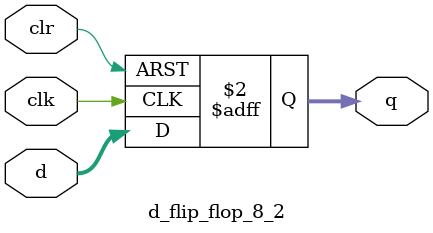
<source format=v>
module Reg_CPSR(input clk,
                input rst,
                input W_SPSR_s,
                input [2:0] W_CPSR_s,
                input Write_SPSR,
                input Write_CPSR,
                input [31:0] SPSR_New,
                input [31:0] CPSR_New,
                input [3:0] MASK,
                input [3:0] NZCV,
                input [2:0] Change_M,
                input S,
                output [31:0] SPSR_fiq,
                output [31:0] SPSR_irq,
                output [31:0] SPSR_abt,
                output [31:0] SPSR_svc,
                output [31:0] SPSR_und,
                output [31:0] SPSR_mon,
                output [31:0] SPSR_hyp,
                output [31:0] CPSR);
    reg [31:0] Curr_SPSR,CPSR_in;
    wire [31:0] new_SPSR;
    reg [6:0] clk_m;
    reg [4:0] M;
    
    assign new_SPSR      = (W_SPSR_s == 1)? CPSR : SPSR_New;
    //    assign CPSR_in = (W_CPSR_s == 1)? CPSR_New : Curr_SPSR;
    
    always@(Change_M or CPSR[4:0]) begin
        case(Change_M)
            3'd0: M <= CPSR[4:0];
            3'd1: M <= 5'b10001; //fiq
            3'd2: M <= 5'b10010; //irq
            3'd3: M <= 5'b10011; //svc
            3'd4: M <= 5'b11011; //und
        endcase
    end
    
    always@(W_CPSR_s)begin
        case(W_CPSR_s)
            3'd0: CPSR_in <= Curr_SPSR;
            3'd1: CPSR_in <= CPSR_New;
            3'd2: CPSR_in <= {CPSR[31:8],8'h92}; //irq
            3'd3: CPSR_in <= {CPSR[31:8],8'hD1}; //fiq
            3'd4: CPSR_in <= {CPSR[31:8],8'h93}; //svc
            3'd5: CPSR_in <= {CPSR[31:8],8'h1B}; //und
        endcase
    end
    
    always@(M[4:0]) begin
        if (M[4]) begin
            case(M[3:0])
                4'b0001: begin
                    clk_m = 7'b0000001;
                    Curr_SPSR <= SPSR_fiq;
                end
                4'b0010: begin
                    clk_m = 7'b0000010;
                    Curr_SPSR <= SPSR_irq;
                end
                4'b0011: begin
                    clk_m = 7'b0000100;
                    Curr_SPSR <= SPSR_svc;
                end
                4'b0110: begin
                    clk_m = 7'b0001000;
                    Curr_SPSR <= SPSR_mon;
                end
                4'b0111: begin
                    clk_m = 7'b0010000;
                    Curr_SPSR <= SPSR_abt;
                end
                4'b1010: begin
                    clk_m = 7'b0100000;
                    Curr_SPSR <= SPSR_hyp;
                end
                4'b1011: begin
                    clk_m = 7'b1000000;
                    Curr_SPSR <= SPSR_und;
                end
            endcase
        end
    end
    
    
    //SPSR
    d_flip_flop_32 D_SPSR_fiq(
    .d(new_SPSR),
    .clk(~clk * Write_SPSR * clk_m[0]),
    .q(SPSR_fiq),
    .clr(rst)
    );
    d_flip_flop_32 D_SPSR_irq(
    .d(new_SPSR),
    .clk(~clk * Write_SPSR * clk_m[1]),
    .q(SPSR_irq),
    .clr(rst)
    );
    d_flip_flop_32 D_SPSR_svc(
    .d(new_SPSR),
    .clk(~clk * Write_SPSR * clk_m[2]),
    .q(SPSR_svc),
    .clr(rst)
    );
    d_flip_flop_32 D_SPSR_mon(
    .d(new_SPSR),
    .clk(~clk * Write_SPSR * clk_m[3]),
    .q(SPSR_mon),
    .clr(rst)
    );
    d_flip_flop_32 D_SPSR_abt(
    .d(new_SPSR),
    .clk(~clk * Write_SPSR * clk_m[4]),
    .q(SPSR_abt),
    .clr(rst)
    );
    d_flip_flop_32 D_SPSR_hyp(
    .d(new_SPSR),
    .clk(~clk * Write_SPSR * clk_m[5]),
    .q(SPSR_hyp),
    .clr(rst)
    );
    d_flip_flop_32 D_SPSR_und(
    .d(new_SPSR),
    .clk(~clk * Write_SPSR * clk_m[6]),
    .q(SPSR_und),
    .clr(rst)
    );
    
    //CPSR
    d_flip_flop_8_2 D_CPSR_7_0(
    .d(CPSR_in[7:0]),
    .clk(~clk * Write_CPSR * ~(W_CPSR_s[0] * ~MASK[0] * ~W_CPSR_s[1] * ~W_CPSR_s[2])),
    .q(CPSR[7:0]),
    .clr(rst)
    );
    d_flip_flop_8 D_CPSR_15_8(
    .d(CPSR_in[15:8]),
    .clk(~clk * Write_CPSR * ((~W_CPSR_s[0]*~W_CPSR_s[1]*~W_CPSR_s[2])+(~W_CPSR_s[1]*~W_CPSR_s[2]*MASK[1]))),
    .q(CPSR[15:8]),
    .clr(rst)
    );
    d_flip_flop_8 D_CPSR_23_16(
    .d(CPSR_in[23:16]),
    .clk(~clk * Write_CPSR * ((~W_CPSR_s[0]*~W_CPSR_s[1]*~W_CPSR_s[2])+(~W_CPSR_s[1]*~W_CPSR_s[2]*MASK[2]))),
    .q(CPSR[23:16]),
    .clr(rst)
    );
    d_flip_flop_4 D_CPSR_27_24(
    .d(CPSR_in[27:24]),
    .clk(~clk * Write_CPSR * ((~W_CPSR_s[0]*~W_CPSR_s[1]*~W_CPSR_s[2])+(~W_CPSR_s[1]*~W_CPSR_s[2]*MASK[3]))),
    .q(CPSR[27:24]),
    .clr(rst)
    );
    d_flip_flop_4 D_CPSR_31_28(
    .d((S == 0)? CPSR_in[31:28] : NZCV),
    .clk((~clk * Write_CPSR * ((~W_CPSR_s[0]*~W_CPSR_s[1]*~W_CPSR_s[2])+(~W_CPSR_s[1]*~W_CPSR_s[2]*MASK[3])))+(~clk  *  S)),
    .q(CPSR[31:28]),
    .clr(rst)
    );
endmodule
    
    module d_flip_flop_32(
        input [31:0]d,
        input clk,
        input clr,
        output reg [31:0] q
        );
        
        always@ (posedge clk or posedge clr) begin
            if (clr) begin
                q <= 0;
            end
            else begin
                q <= d;
            end
        end
        
    endmodule
        
        module d_flip_flop_4(
            input [3:0]d,
            input clk,
            input clr,
            output reg [3:0] q
            );
            
            always@ (posedge clk or posedge clr) begin
                if (clr) begin
                    q <= 0;
                end
                else begin
                    q <= d;
                end
            end
            
        endmodule
            
            module d_flip_flop_8(
                input [7:0]d,
                input clk,
                input clr,
                output reg [7:0] q
                );
                
                always@ (posedge clk or posedge clr) begin
                    if (clr) begin
                        q <= 0;
                    end
                    else begin
                        q <= d;
                    end
                end
                
            endmodule
                
                module d_flip_flop_8_2(
                    input [7:0]d,
                    input clk,
                    input clr,
                    output reg [7:0] q
                    );
                    
                    always@ (posedge clk or posedge clr) begin
                        if (clr) begin
                            q <= 8'h10;
                        end
                        else begin
                            q <= d;
                        end
                    end
                    
                endmodule

</source>
